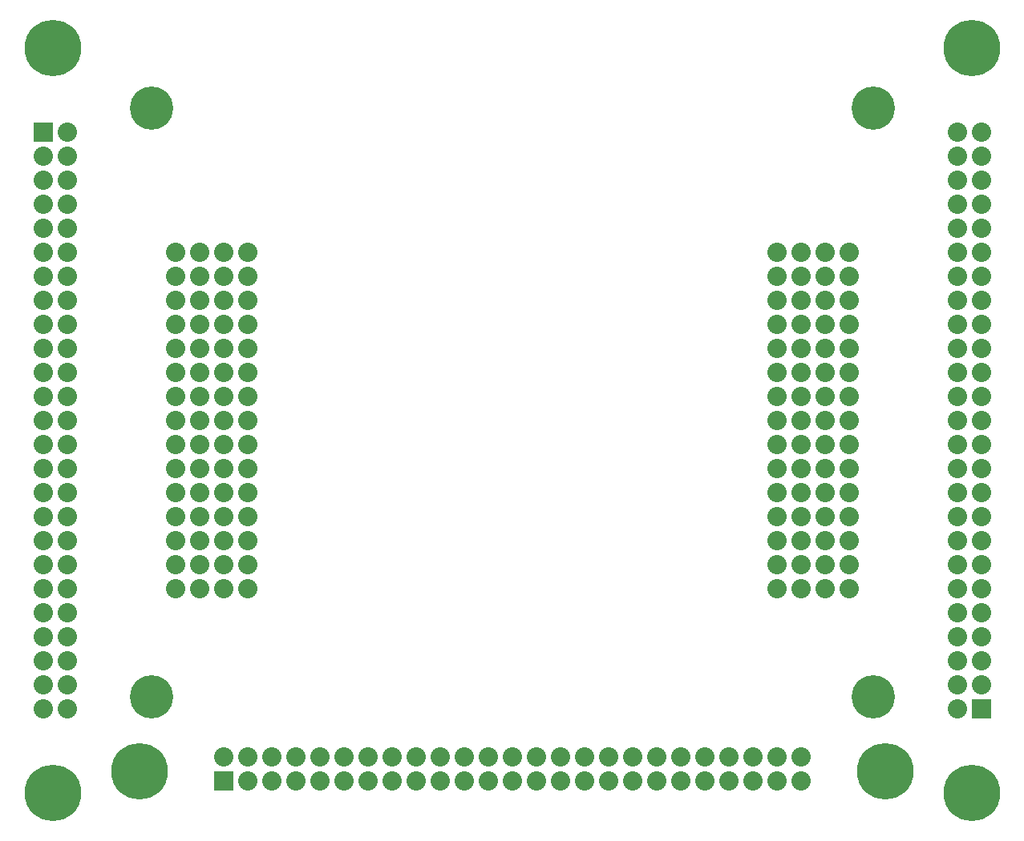
<source format=gbs>
G04 (created by PCBNEW-RS274X (2011-04-29 BZR 2986)-stable) date 11/21/2011 11:58:13 AM*
G01*
G70*
G90*
%MOIN*%
G04 Gerber Fmt 3.4, Leading zero omitted, Abs format*
%FSLAX34Y34*%
G04 APERTURE LIST*
%ADD10C,0.006000*%
%ADD11C,0.180000*%
%ADD12R,0.080000X0.080000*%
%ADD13C,0.080000*%
%ADD14C,0.235000*%
G04 APERTURE END LIST*
G54D10*
G54D11*
X13000Y-37500D03*
X43000Y-37500D03*
X13000Y-13000D03*
G54D12*
X08500Y-14000D03*
G54D13*
X09500Y-14000D03*
X08500Y-15000D03*
X09500Y-15000D03*
X08500Y-16000D03*
X09500Y-16000D03*
X08500Y-17000D03*
X09500Y-17000D03*
X08500Y-18000D03*
X09500Y-18000D03*
X08500Y-19000D03*
X09500Y-19000D03*
X08500Y-20000D03*
X09500Y-20000D03*
X08500Y-21000D03*
X09500Y-21000D03*
X08500Y-22000D03*
X09500Y-22000D03*
X08500Y-23000D03*
X09500Y-23000D03*
G54D14*
X08900Y-10500D03*
G54D13*
X08500Y-24000D03*
X09500Y-24000D03*
X08500Y-25000D03*
X09500Y-25000D03*
X08500Y-26000D03*
X09500Y-26000D03*
X08500Y-27000D03*
X09500Y-27000D03*
X08500Y-28000D03*
X09500Y-28000D03*
X08500Y-29000D03*
X09500Y-29000D03*
X08500Y-30000D03*
X09500Y-30000D03*
X08500Y-31000D03*
X09500Y-31000D03*
X08500Y-32000D03*
X09500Y-32000D03*
X08500Y-33000D03*
X09500Y-33000D03*
X08500Y-34000D03*
X09500Y-34000D03*
X08500Y-35000D03*
X09500Y-35000D03*
X08500Y-36000D03*
X09500Y-36000D03*
X08500Y-37000D03*
X09500Y-37000D03*
X08500Y-38000D03*
X09500Y-38000D03*
G54D14*
X08900Y-41500D03*
G54D12*
X16000Y-41000D03*
G54D13*
X16000Y-40000D03*
X17000Y-41000D03*
X17000Y-40000D03*
X18000Y-41000D03*
X18000Y-40000D03*
X19000Y-41000D03*
X19000Y-40000D03*
X20000Y-41000D03*
X20000Y-40000D03*
X21000Y-41000D03*
X21000Y-40000D03*
X22000Y-41000D03*
X22000Y-40000D03*
X23000Y-41000D03*
X23000Y-40000D03*
X24000Y-41000D03*
X24000Y-40000D03*
X25000Y-41000D03*
X25000Y-40000D03*
G54D14*
X12500Y-40600D03*
G54D13*
X26000Y-41000D03*
X26000Y-40000D03*
X27000Y-41000D03*
X27000Y-40000D03*
X28000Y-41000D03*
X28000Y-40000D03*
X29000Y-41000D03*
X29000Y-40000D03*
X30000Y-41000D03*
X30000Y-40000D03*
X31000Y-41000D03*
X31000Y-40000D03*
X32000Y-41000D03*
X32000Y-40000D03*
X33000Y-41000D03*
X33000Y-40000D03*
X34000Y-41000D03*
X34000Y-40000D03*
X35000Y-41000D03*
X35000Y-40000D03*
X36000Y-41000D03*
X36000Y-40000D03*
X37000Y-41000D03*
X37000Y-40000D03*
X38000Y-41000D03*
X38000Y-40000D03*
X39000Y-41000D03*
X39000Y-40000D03*
X40000Y-41000D03*
X40000Y-40000D03*
G54D14*
X43500Y-40600D03*
G54D12*
X47500Y-38000D03*
G54D13*
X46500Y-38000D03*
X47500Y-37000D03*
X46500Y-37000D03*
X47500Y-36000D03*
X46500Y-36000D03*
X47500Y-35000D03*
X46500Y-35000D03*
X47500Y-34000D03*
X46500Y-34000D03*
X47500Y-33000D03*
X46500Y-33000D03*
X47500Y-32000D03*
X46500Y-32000D03*
X47500Y-31000D03*
X46500Y-31000D03*
X47500Y-30000D03*
X46500Y-30000D03*
X47500Y-29000D03*
X46500Y-29000D03*
G54D14*
X47100Y-41500D03*
G54D13*
X47500Y-28000D03*
X46500Y-28000D03*
X47500Y-27000D03*
X46500Y-27000D03*
X47500Y-26000D03*
X46500Y-26000D03*
X47500Y-25000D03*
X46500Y-25000D03*
X47500Y-24000D03*
X46500Y-24000D03*
X47500Y-23000D03*
X46500Y-23000D03*
X47500Y-22000D03*
X46500Y-22000D03*
X47500Y-21000D03*
X46500Y-21000D03*
X47500Y-20000D03*
X46500Y-20000D03*
X47500Y-19000D03*
X46500Y-19000D03*
X47500Y-18000D03*
X46500Y-18000D03*
X47500Y-17000D03*
X46500Y-17000D03*
X47500Y-16000D03*
X46500Y-16000D03*
X47500Y-15000D03*
X46500Y-15000D03*
X47500Y-14000D03*
X46500Y-14000D03*
G54D14*
X47100Y-10500D03*
G54D11*
X43000Y-13000D03*
G54D13*
X17000Y-19000D03*
X16000Y-19000D03*
X15000Y-19000D03*
X14000Y-19000D03*
X17000Y-20000D03*
X16000Y-20000D03*
X15000Y-20000D03*
X14000Y-20000D03*
X17000Y-21000D03*
X16000Y-21000D03*
X15000Y-21000D03*
X14000Y-21000D03*
X17000Y-22000D03*
X16000Y-22000D03*
X15000Y-22000D03*
X14000Y-22000D03*
X17000Y-23000D03*
X16000Y-23000D03*
X15000Y-23000D03*
X14000Y-23000D03*
X17000Y-24000D03*
X16000Y-24000D03*
X15000Y-24000D03*
X14000Y-24000D03*
X17000Y-25000D03*
X16000Y-25000D03*
X15000Y-25000D03*
X14000Y-25000D03*
X17000Y-26000D03*
X16000Y-26000D03*
X15000Y-26000D03*
X14000Y-26000D03*
X17000Y-27000D03*
X16000Y-27000D03*
X15000Y-27000D03*
X14000Y-27000D03*
X17000Y-28000D03*
X16000Y-28000D03*
X15000Y-28000D03*
X14000Y-28000D03*
X17000Y-29000D03*
X16000Y-29000D03*
X15000Y-29000D03*
X14000Y-29000D03*
X17000Y-30000D03*
X16000Y-30000D03*
X15000Y-30000D03*
X14000Y-30000D03*
X17000Y-31000D03*
X16000Y-31000D03*
X15000Y-31000D03*
X14000Y-31000D03*
X17000Y-32000D03*
X16000Y-32000D03*
X15000Y-32000D03*
X14000Y-32000D03*
X17000Y-33000D03*
X16000Y-33000D03*
X15000Y-33000D03*
X14000Y-33000D03*
X42000Y-33000D03*
X41000Y-33000D03*
X40000Y-33000D03*
X39000Y-33000D03*
X42000Y-32000D03*
X41000Y-32000D03*
X40000Y-32000D03*
X39000Y-32000D03*
X42000Y-31000D03*
X41000Y-31000D03*
X40000Y-31000D03*
X39000Y-31000D03*
X42000Y-30000D03*
X41000Y-30000D03*
X40000Y-30000D03*
X39000Y-30000D03*
X42000Y-29000D03*
X41000Y-29000D03*
X40000Y-29000D03*
X39000Y-29000D03*
X42000Y-28000D03*
X41000Y-28000D03*
X40000Y-28000D03*
X39000Y-28000D03*
X42000Y-27000D03*
X41000Y-27000D03*
X40000Y-27000D03*
X39000Y-27000D03*
X42000Y-26000D03*
X41000Y-26000D03*
X40000Y-26000D03*
X39000Y-26000D03*
X42000Y-25000D03*
X41000Y-25000D03*
X40000Y-25000D03*
X39000Y-25000D03*
X42000Y-24000D03*
X41000Y-24000D03*
X40000Y-24000D03*
X39000Y-24000D03*
X42000Y-23000D03*
X41000Y-23000D03*
X40000Y-23000D03*
X39000Y-23000D03*
X42000Y-22000D03*
X41000Y-22000D03*
X40000Y-22000D03*
X39000Y-22000D03*
X42000Y-21000D03*
X41000Y-21000D03*
X40000Y-21000D03*
X39000Y-21000D03*
X42000Y-20000D03*
X41000Y-20000D03*
X40000Y-20000D03*
X39000Y-20000D03*
X42000Y-19000D03*
X41000Y-19000D03*
X40000Y-19000D03*
X39000Y-19000D03*
M02*

</source>
